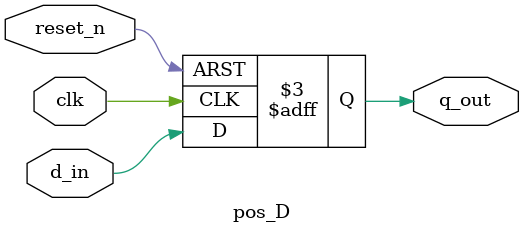
<source format=v>
`timescale 1ns / 1ps


module pos_D(
    input d_in,
    input clk,
    input reset_n,
    output reg q_out
    );
    
    always@(posedge clk or negedge reset_n)
    begin
        if(!reset_n)
            q_out <= 1'b0;
        else 
            q_out <= d_in;
    end
    
endmodule

</source>
